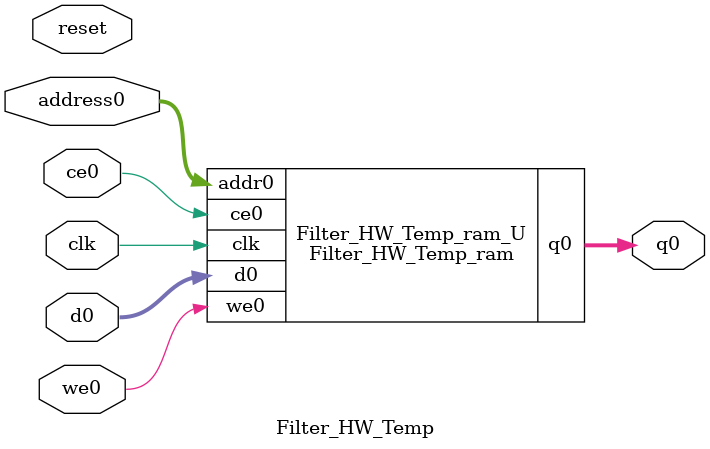
<source format=v>
`timescale 1 ns / 1 ps
module Filter_HW_Temp_ram (addr0, ce0, d0, we0, q0,  clk);

parameter DWIDTH = 8;
parameter AWIDTH = 17;
parameter MEM_SIZE = 127980;

input[AWIDTH-1:0] addr0;
input ce0;
input[DWIDTH-1:0] d0;
input we0;
output reg[DWIDTH-1:0] q0;
input clk;

reg [DWIDTH-1:0] ram[0:MEM_SIZE-1];




always @(posedge clk)  
begin 
    if (ce0) begin
        if (we0) 
            ram[addr0] <= d0; 
        q0 <= ram[addr0];
    end
end


endmodule

`timescale 1 ns / 1 ps
module Filter_HW_Temp(
    reset,
    clk,
    address0,
    ce0,
    we0,
    d0,
    q0);

parameter DataWidth = 32'd8;
parameter AddressRange = 32'd127980;
parameter AddressWidth = 32'd17;
input reset;
input clk;
input[AddressWidth - 1:0] address0;
input ce0;
input we0;
input[DataWidth - 1:0] d0;
output[DataWidth - 1:0] q0;



Filter_HW_Temp_ram Filter_HW_Temp_ram_U(
    .clk( clk ),
    .addr0( address0 ),
    .ce0( ce0 ),
    .we0( we0 ),
    .d0( d0 ),
    .q0( q0 ));

endmodule


</source>
